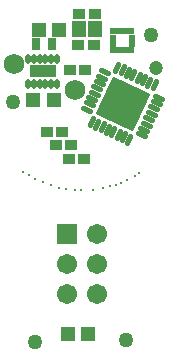
<source format=gts>
G04*
G04 #@! TF.GenerationSoftware,Altium Limited,Altium Designer,21.7.2 (23)*
G04*
G04 Layer_Color=8388736*
%FSLAX25Y25*%
%MOIN*%
G70*
G04*
G04 #@! TF.SameCoordinates,2A64222C-FEAE-4017-A15E-55E8C78AA572*
G04*
G04*
G04 #@! TF.FilePolarity,Negative*
G04*
G01*
G75*
%ADD28R,0.01981X0.02178*%
%ADD29R,0.02178X0.01981*%
G04:AMPARAMS|DCode=30|XSize=17.84mil|YSize=43.43mil|CornerRadius=0mil|HoleSize=0mil|Usage=FLASHONLY|Rotation=245.000|XOffset=0mil|YOffset=0mil|HoleType=Round|Shape=Round|*
%AMOVALD30*
21,1,0.02559,0.01784,0.00000,0.00000,335.0*
1,1,0.01784,-0.01160,0.00541*
1,1,0.01784,0.01160,-0.00541*
%
%ADD30OVALD30*%

G04:AMPARAMS|DCode=31|XSize=17.84mil|YSize=43.43mil|CornerRadius=0mil|HoleSize=0mil|Usage=FLASHONLY|Rotation=155.000|XOffset=0mil|YOffset=0mil|HoleType=Round|Shape=Round|*
%AMOVALD31*
21,1,0.02559,0.01784,0.00000,0.00000,245.0*
1,1,0.01784,0.00541,0.01160*
1,1,0.01784,-0.00541,-0.01160*
%
%ADD31OVALD31*%

%ADD32P,0.19505X4X200.0*%
%ADD33R,0.04343X0.03556*%
%ADD34R,0.08674X0.04343*%
G04:AMPARAMS|DCode=35|XSize=17.84mil|YSize=33.59mil|CornerRadius=6.46mil|HoleSize=0mil|Usage=FLASHONLY|Rotation=0.000|XOffset=0mil|YOffset=0mil|HoleType=Round|Shape=RoundedRectangle|*
%AMROUNDEDRECTD35*
21,1,0.01784,0.02067,0,0,0.0*
21,1,0.00492,0.03359,0,0,0.0*
1,1,0.01292,0.00246,-0.01034*
1,1,0.01292,-0.00246,-0.01034*
1,1,0.01292,-0.00246,0.01034*
1,1,0.01292,0.00246,0.01034*
%
%ADD35ROUNDEDRECTD35*%
%ADD36R,0.05131X0.04737*%
%ADD37R,0.03162X0.03950*%
%ADD38R,0.04800X0.05800*%
%ADD39C,0.05000*%
%ADD40C,0.04737*%
%ADD41C,0.06800*%
%ADD42C,0.06706*%
%ADD43R,0.06706X0.06706*%
%ADD44C,0.00787*%
G36*
X9530Y20580D02*
Y20391D01*
X9524D01*
Y20580D01*
X9530D01*
D02*
G37*
G36*
X12834D02*
Y20342D01*
X11493D01*
Y20580D01*
X12834D01*
D02*
G37*
G36*
X16160D02*
Y20433D01*
X13461D01*
Y20580D01*
X16160D01*
D02*
G37*
D28*
X12241Y13415D02*
D03*
X14209D02*
D03*
X10272D02*
D03*
X16178D02*
D03*
X10272Y19714D02*
D03*
X12241D02*
D03*
X14209D02*
D03*
X16178D02*
D03*
D29*
X10075Y15580D02*
D03*
Y17549D02*
D03*
X16375D02*
D03*
Y15580D02*
D03*
D30*
X19795Y-14984D02*
D03*
X20627Y-13200D02*
D03*
X21459Y-11416D02*
D03*
X22290Y-9632D02*
D03*
X23122Y-7848D02*
D03*
X23954Y-6064D02*
D03*
X24786Y-4280D02*
D03*
X25618Y-2496D02*
D03*
X7421Y5990D02*
D03*
X6589Y4206D02*
D03*
X5757Y2422D02*
D03*
X4925Y638D02*
D03*
X4093Y-1146D02*
D03*
X3261Y-2930D02*
D03*
X2429Y-4714D02*
D03*
X1597Y-6498D02*
D03*
D31*
X24095Y1690D02*
D03*
X22311Y2522D02*
D03*
X20527Y3354D02*
D03*
X18743Y4186D02*
D03*
X16958Y5018D02*
D03*
X15174Y5850D02*
D03*
X13390Y6682D02*
D03*
X11606Y7514D02*
D03*
X3121Y-10684D02*
D03*
X4905Y-11516D02*
D03*
X6689Y-12348D02*
D03*
X8473Y-13180D02*
D03*
X10257Y-14012D02*
D03*
X12041Y-14844D02*
D03*
X13825Y-15676D02*
D03*
X15609Y-16507D02*
D03*
D32*
X13608Y-4497D02*
D03*
D33*
X-11814Y-13945D02*
D03*
X-6696D02*
D03*
X-8798Y-18124D02*
D03*
X-3680D02*
D03*
X-1416Y15201D02*
D03*
X3702D02*
D03*
X890Y6731D02*
D03*
X-4228D02*
D03*
X-1042Y25504D02*
D03*
X4076D02*
D03*
X-4496Y-22971D02*
D03*
X622D02*
D03*
D34*
X-13315Y6297D02*
D03*
D35*
X-8394Y2065D02*
D03*
X-10362D02*
D03*
X-12331D02*
D03*
X-14299D02*
D03*
X-16268D02*
D03*
X-18236D02*
D03*
Y10530D02*
D03*
X-16268D02*
D03*
X-14299D02*
D03*
X-12331D02*
D03*
X-10362D02*
D03*
X-8394D02*
D03*
D36*
X-14408Y19975D02*
D03*
X-7715D02*
D03*
X-16341Y-3327D02*
D03*
X-9648D02*
D03*
X1783Y-81237D02*
D03*
X-4910D02*
D03*
D37*
X-15535Y15498D02*
D03*
X-10023D02*
D03*
D38*
X4024Y20560D02*
D03*
X-1276D02*
D03*
D39*
X22832Y18474D02*
D03*
X-23224Y-3781D02*
D03*
X14565Y-83350D02*
D03*
X-15874Y-83899D02*
D03*
D40*
X24671Y7347D02*
D03*
D41*
X-2345Y224D02*
D03*
X-22735Y8809D02*
D03*
D42*
X4778Y-67935D02*
D03*
X-5222D02*
D03*
X4778Y-57935D02*
D03*
X-5222D02*
D03*
X4778Y-47935D02*
D03*
D43*
X-5222D02*
D03*
D44*
X14825Y-29941D02*
D03*
X12920Y-30758D02*
D03*
X-19841Y-27082D02*
D03*
X18931Y-27488D02*
D03*
X17369Y-28502D02*
D03*
X11164Y-31424D02*
D03*
X9289Y-32029D02*
D03*
X6880Y-32681D02*
D03*
X3391Y-33168D02*
D03*
X-630Y-33373D02*
D03*
X-2476Y-33311D02*
D03*
X-5614Y-32925D02*
D03*
X-7955Y-32446D02*
D03*
X-10589Y-31674D02*
D03*
X-13062Y-30717D02*
D03*
X-15798Y-29516D02*
D03*
X-17877Y-28269D02*
D03*
M02*

</source>
